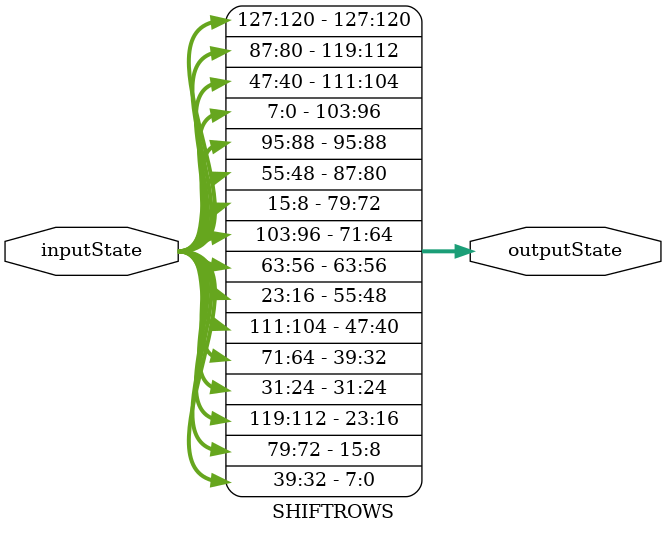
<source format=v>
`timescale 1ns / 1ps

module SHIFTROWS(
    input [127:0] inputState,
    output [127:0] outputState
    );
    
    //first row: o[0]=i[0],o[4]=i[4],o[8]=i[8],o[12]=i[12]
    assign outputState[127:120]=inputState[127:120];
    assign outputState[95:88]=inputState[95:88];
    assign outputState[63:56]=inputState[63:56];
    assign outputState[31:24]=inputState[31:24];
    
    //second row o[1]=i[5],o[5]=i[9],o[9]=i[13],o[13]=i[1]
    assign outputState[119:112]=inputState[87:80];
    assign outputState[87:80]=inputState[55:48];
    assign outputState[55:48]=inputState[23:16];
    assign outputState[23:16]=inputState[119:112];
    
    //third row o[2]=i[10],o[6]=i[14],o[10]=i[2],o[14]=i[6]
    assign outputState[111:104]=inputState[47:40];
    assign outputState[79:72]=inputState[15:8];
    assign outputState[47:40]=inputState[111:104];
    assign outputState[15:8]=inputState[79:72];
    
    //fourth row o[3]=i[15],o[7]=i[3],o[11]=i[7],o[15]=i[11]
    assign outputState[103:96]=inputState[7:0];
    assign outputState[71:64]=inputState[103:96];
    assign outputState[39:32]=inputState[71:64];
    assign outputState[7:0]=inputState[39:32];
    
    
endmodule

</source>
